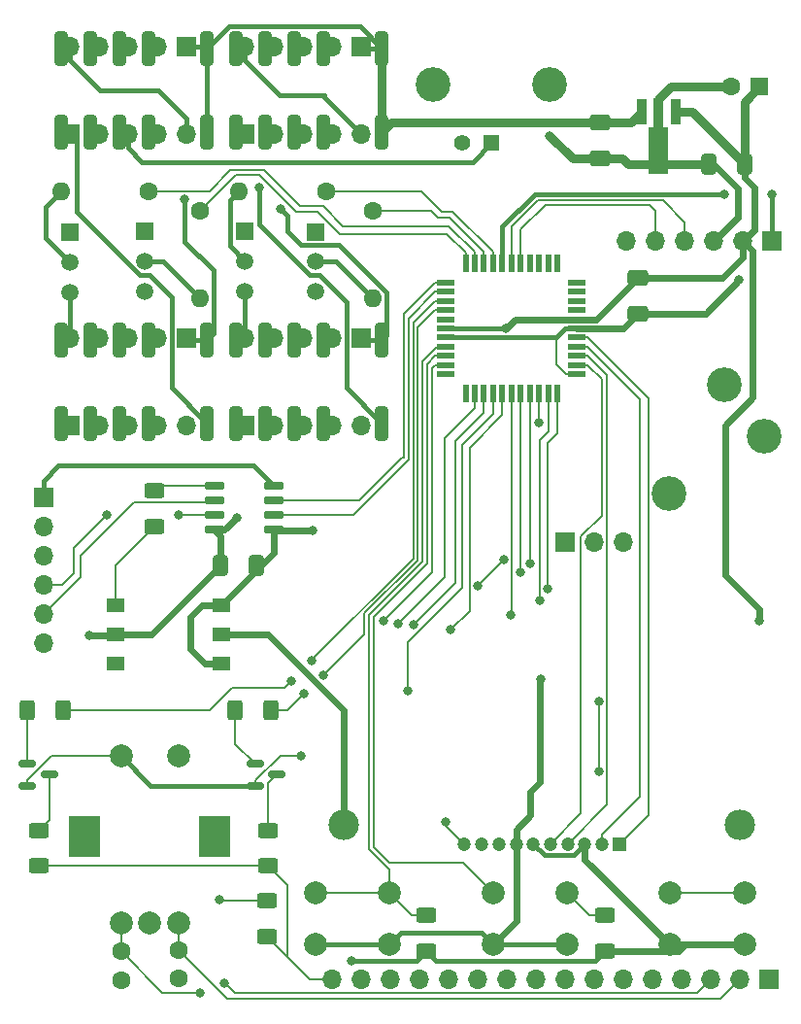
<source format=gbr>
%TF.GenerationSoftware,KiCad,Pcbnew,7.0.10*%
%TF.CreationDate,2024-01-22T19:43:49-08:00*%
%TF.ProjectId,Relay_LCD k7,52656c61-795f-44c4-9344-206b372e6b69,rev?*%
%TF.SameCoordinates,Original*%
%TF.FileFunction,Copper,L1,Top*%
%TF.FilePolarity,Positive*%
%FSLAX46Y46*%
G04 Gerber Fmt 4.6, Leading zero omitted, Abs format (unit mm)*
G04 Created by KiCad (PCBNEW 7.0.10) date 2024-01-22 19:43:49*
%MOMM*%
%LPD*%
G01*
G04 APERTURE LIST*
G04 Aperture macros list*
%AMRoundRect*
0 Rectangle with rounded corners*
0 $1 Rounding radius*
0 $2 $3 $4 $5 $6 $7 $8 $9 X,Y pos of 4 corners*
0 Add a 4 corners polygon primitive as box body*
4,1,4,$2,$3,$4,$5,$6,$7,$8,$9,$2,$3,0*
0 Add four circle primitives for the rounded corners*
1,1,$1+$1,$2,$3*
1,1,$1+$1,$4,$5*
1,1,$1+$1,$6,$7*
1,1,$1+$1,$8,$9*
0 Add four rect primitives between the rounded corners*
20,1,$1+$1,$2,$3,$4,$5,0*
20,1,$1+$1,$4,$5,$6,$7,0*
20,1,$1+$1,$6,$7,$8,$9,0*
20,1,$1+$1,$8,$9,$2,$3,0*%
%AMFreePoly0*
4,1,9,5.362500,-0.866500,1.237500,-0.866500,1.237500,-0.450000,-1.237500,-0.450000,-1.237500,0.450000,1.237500,0.450000,1.237500,0.866500,5.362500,0.866500,5.362500,-0.866500,5.362500,-0.866500,$1*%
G04 Aperture macros list end*
%TA.AperFunction,ComponentPad*%
%ADD10O,1.700000X1.700000*%
%TD*%
%TA.AperFunction,ComponentPad*%
%ADD11R,1.700000X1.700000*%
%TD*%
%TA.AperFunction,ComponentPad*%
%ADD12C,2.000000*%
%TD*%
%TA.AperFunction,ComponentPad*%
%ADD13R,2.800000X3.600000*%
%TD*%
%TA.AperFunction,SMDPad,CuDef*%
%ADD14RoundRect,0.250000X0.400000X0.625000X-0.400000X0.625000X-0.400000X-0.625000X0.400000X-0.625000X0*%
%TD*%
%TA.AperFunction,ComponentPad*%
%ADD15C,3.016000*%
%TD*%
%TA.AperFunction,SMDPad,CuDef*%
%ADD16RoundRect,0.250000X-0.650000X0.412500X-0.650000X-0.412500X0.650000X-0.412500X0.650000X0.412500X0*%
%TD*%
%TA.AperFunction,ComponentPad*%
%ADD17C,1.600000*%
%TD*%
%TA.AperFunction,ComponentPad*%
%ADD18O,1.600000X1.600000*%
%TD*%
%TA.AperFunction,SMDPad,CuDef*%
%ADD19RoundRect,0.249750X0.305250X1.250250X-0.305250X1.250250X-0.305250X-1.250250X0.305250X-1.250250X0*%
%TD*%
%TA.AperFunction,SMDPad,CuDef*%
%ADD20R,0.550000X1.500000*%
%TD*%
%TA.AperFunction,SMDPad,CuDef*%
%ADD21R,1.500000X0.550000*%
%TD*%
%TA.AperFunction,SMDPad,CuDef*%
%ADD22R,1.600000X1.250000*%
%TD*%
%TA.AperFunction,SMDPad,CuDef*%
%ADD23RoundRect,0.250000X0.625000X-0.400000X0.625000X0.400000X-0.625000X0.400000X-0.625000X-0.400000X0*%
%TD*%
%TA.AperFunction,SMDPad,CuDef*%
%ADD24RoundRect,0.250000X0.412500X0.650000X-0.412500X0.650000X-0.412500X-0.650000X0.412500X-0.650000X0*%
%TD*%
%TA.AperFunction,SMDPad,CuDef*%
%ADD25RoundRect,0.150000X-0.587500X-0.150000X0.587500X-0.150000X0.587500X0.150000X-0.587500X0.150000X0*%
%TD*%
%TA.AperFunction,ComponentPad*%
%ADD26R,1.600000X1.600000*%
%TD*%
%TA.AperFunction,ComponentPad*%
%ADD27R,1.500000X1.500000*%
%TD*%
%TA.AperFunction,ComponentPad*%
%ADD28C,1.500000*%
%TD*%
%TA.AperFunction,ComponentPad*%
%ADD29C,2.655000*%
%TD*%
%TA.AperFunction,ComponentPad*%
%ADD30C,1.200000*%
%TD*%
%TA.AperFunction,ComponentPad*%
%ADD31R,1.200000X1.200000*%
%TD*%
%TA.AperFunction,ComponentPad*%
%ADD32R,1.398000X1.398000*%
%TD*%
%TA.AperFunction,ComponentPad*%
%ADD33C,1.398000*%
%TD*%
%TA.AperFunction,ComponentPad*%
%ADD34C,3.015000*%
%TD*%
%TA.AperFunction,SMDPad,CuDef*%
%ADD35RoundRect,0.250000X-0.412500X-0.650000X0.412500X-0.650000X0.412500X0.650000X-0.412500X0.650000X0*%
%TD*%
%TA.AperFunction,SMDPad,CuDef*%
%ADD36RoundRect,0.150000X0.725000X0.150000X-0.725000X0.150000X-0.725000X-0.150000X0.725000X-0.150000X0*%
%TD*%
%TA.AperFunction,SMDPad,CuDef*%
%ADD37R,0.900000X2.300000*%
%TD*%
%TA.AperFunction,SMDPad,CuDef*%
%ADD38FreePoly0,270.000000*%
%TD*%
%TA.AperFunction,ViaPad*%
%ADD39C,0.800000*%
%TD*%
%TA.AperFunction,Conductor*%
%ADD40C,0.400000*%
%TD*%
%TA.AperFunction,Conductor*%
%ADD41C,0.600000*%
%TD*%
%TA.AperFunction,Conductor*%
%ADD42C,0.750000*%
%TD*%
%TA.AperFunction,Conductor*%
%ADD43C,0.200000*%
%TD*%
G04 APERTURE END LIST*
D10*
%TO.P,J2,6,Pin_6*%
%TO.N,unconnected-(J2-Pin_6-Pad6)*%
X103820000Y-71025000D03*
%TO.P,J2,5,Pin_5*%
%TO.N,ICSPCLK*%
X106360000Y-71025000D03*
%TO.P,J2,4,Pin_4*%
%TO.N,ICSPDAT*%
X108900000Y-71025000D03*
%TO.P,J2,3,Pin_3*%
%TO.N,GND*%
X111440000Y-71025000D03*
%TO.P,J2,2,Pin_2*%
%TO.N,+3V3*%
X113980000Y-71025000D03*
D11*
%TO.P,J2,1,Pin_1*%
%TO.N,VPP*%
X116520000Y-71025000D03*
%TD*%
D12*
%TO.P,S1,1*%
%TO.N,GND*%
X59725000Y-115900000D03*
%TO.P,S1,2*%
%TO.N,Net-(R7-Pad2)*%
X64725000Y-115900000D03*
D13*
%TO.P,S1,3*%
%TO.N,unconnected-(S1-Pad3)*%
X56525000Y-122900000D03*
X67925000Y-122900000D03*
D12*
%TO.P,S1,A,CH_A*%
%TO.N,ECa*%
X59725000Y-130400000D03*
%TO.P,S1,B,CH_B*%
%TO.N,ECb*%
X64725000Y-130400000D03*
%TO.P,S1,C,COM*%
%TO.N,GND*%
X62225000Y-130400000D03*
%TD*%
D14*
%TO.P,R3,1*%
%TO.N,/PIC16F887/20_mtr*%
X72800000Y-111925000D03*
%TO.P,R3,2*%
%TO.N,Net-(Q1-B)*%
X69700000Y-111925000D03*
%TD*%
D15*
%TO.P,CON1,1,S*%
%TO.N,GND*%
X115825000Y-88007100D03*
%TO.P,CON1,2,T*%
%TO.N,Dit*%
X112325000Y-83507100D03*
%TO.P,CON1,3,R*%
%TO.N,Dah*%
X107525000Y-93007100D03*
%TD*%
D11*
%TO.P,J7,1,Pin_1*%
%TO.N,R2.7*%
X55260000Y-87090000D03*
D10*
%TO.P,J7,2,Pin_2*%
%TO.N,R2.8*%
X57800000Y-87090000D03*
%TO.P,J7,3,Pin_3*%
%TO.N,R2.9*%
X60340000Y-87090000D03*
%TO.P,J7,4,Pin_4*%
%TO.N,R2.10*%
X62880000Y-87090000D03*
%TO.P,J7,5,Pin_5*%
%TO.N,GND*%
X65420000Y-87090000D03*
%TD*%
D16*
%TO.P,C5,1*%
%TO.N,VDD*%
X101525000Y-60700000D03*
%TO.P,C5,2*%
%TO.N,GND*%
X101525000Y-63825000D03*
%TD*%
D14*
%TO.P,R4,1*%
%TO.N,/PIC16F887/15_mtr*%
X54675000Y-111925000D03*
%TO.P,R4,2*%
%TO.N,Net-(Q2-B)*%
X51575000Y-111925000D03*
%TD*%
D11*
%TO.P,J13,1,Pin_1*%
%TO.N,VDD*%
X80645000Y-54080000D03*
D10*
%TO.P,J13,2,Pin_2*%
%TO.N,R3.3*%
X78105000Y-54080000D03*
%TO.P,J13,3,Pin_3*%
%TO.N,R3.4*%
X75565000Y-54080000D03*
%TO.P,J13,4,Pin_4*%
%TO.N,R3.5*%
X73025000Y-54080000D03*
%TO.P,J13,5,Pin_5*%
%TO.N,R3.6*%
X70485000Y-54080000D03*
%TD*%
D11*
%TO.P,J1,1,Pin_1*%
%TO.N,GND*%
X116200000Y-135350000D03*
D10*
%TO.P,J1,2,Pin_2*%
%TO.N,ECb*%
X113660000Y-135350000D03*
%TO.P,J1,3,Pin_3*%
%TO.N,ECa*%
X111120000Y-135350000D03*
%TO.P,J1,4,Pin_4*%
%TO.N,/5vto3v3/D1*%
X108580000Y-135350000D03*
%TO.P,J1,5,Pin_5*%
%TO.N,/5vto3v3/D2*%
X106040000Y-135350000D03*
%TO.P,J1,6,Pin_6*%
%TO.N,dp*%
X103500000Y-135350000D03*
%TO.P,J1,7,Pin_7*%
%TO.N,/5vto3v3/e*%
X100960000Y-135350000D03*
%TO.P,J1,8,Pin_8*%
%TO.N,/5vto3v3/d*%
X98420000Y-135350000D03*
%TO.P,J1,9,Pin_9*%
%TO.N,/5vto3v3/D4*%
X95880000Y-135350000D03*
%TO.P,J1,10,Pin_10*%
%TO.N,/5vto3v3/D3*%
X93340000Y-135350000D03*
%TO.P,J1,11,Pin_11*%
%TO.N,/5vto3v3/f*%
X90800000Y-135350000D03*
%TO.P,J1,12,Pin_12*%
%TO.N,/5vto3v3/c*%
X88260000Y-135350000D03*
%TO.P,J1,13,Pin_13*%
%TO.N,/5vto3v3/a*%
X85720000Y-135350000D03*
%TO.P,J1,14,Pin_14*%
%TO.N,/5vto3v3/g*%
X83180000Y-135350000D03*
%TO.P,J1,15,Pin_15*%
%TO.N,/5vto3v3/b*%
X80640000Y-135350000D03*
%TO.P,J1,16,Pin_16*%
%TO.N,SW*%
X78100000Y-135350000D03*
%TD*%
D17*
%TO.P,R10,1*%
%TO.N,/PIC16F887/R12s*%
X62150000Y-66675000D03*
D18*
%TO.P,R10,2*%
%TO.N,Net-(Q3-B)*%
X54530000Y-66675000D03*
%TD*%
D19*
%TO.P,RY2,1,SET+*%
%TO.N,R1.6*%
X67240000Y-79600000D03*
%TO.P,RY2,3,NC1*%
%TO.N,R2.3*%
X62160000Y-79600000D03*
%TO.P,RY2,4,C1*%
%TO.N,R2.4*%
X59620000Y-79600000D03*
%TO.P,RY2,5,NO1*%
%TO.N,R2.5*%
X57080000Y-79600000D03*
%TO.P,RY2,6,SET-*%
%TO.N,R2.6*%
X54540000Y-79600000D03*
%TO.P,RY2,7,RESET-*%
%TO.N,R2.7*%
X54540000Y-86890000D03*
%TO.P,RY2,8,NO2*%
%TO.N,R2.8*%
X57080000Y-86890000D03*
%TO.P,RY2,9,C2*%
%TO.N,R2.9*%
X59620000Y-86890000D03*
%TO.P,RY2,10,NC2*%
%TO.N,R2.10*%
X62160000Y-86890000D03*
%TO.P,RY2,12,RESET+*%
%TO.N,R1.7*%
X67240000Y-86890000D03*
%TD*%
D20*
%TO.P,U5,44,RC6/TX/CK*%
%TO.N,/5vto3v3/e_3v3*%
X97775000Y-84325000D03*
%TO.P,U5,43,RC5/SDO*%
%TO.N,/5vto3v3/d_3v3*%
X96975000Y-84325000D03*
%TO.P,U5,42,RC4/SDI/SDA*%
%TO.N,/5vto3v3/f_3v3*%
X96175000Y-84325000D03*
%TO.P,U5,41,RD3*%
%TO.N,/5vto3v3/D1_3v3*%
X95375000Y-84325000D03*
%TO.P,U5,40,RD2*%
%TO.N,/5vto3v3/D2_3v3*%
X94575000Y-84325000D03*
%TO.P,U5,39,RD1*%
%TO.N,/5vto3v3/D4_3v3*%
X93775000Y-84325000D03*
%TO.P,U5,38,RD0*%
%TO.N,/5vto3v3/D3_3v3*%
X92975000Y-84325000D03*
%TO.P,U5,37,RC3/SCK/SCL*%
%TO.N,/5vto3v3/g_3v3*%
X92175000Y-84325000D03*
%TO.P,U5,36,RC2/P1A/CCP1*%
%TO.N,/5vto3v3/c_3v3*%
X91375000Y-84325000D03*
%TO.P,U5,35,RC1/T1OSCI/CCP2*%
%TO.N,/5vto3v3/b_3v3*%
X90575000Y-84325000D03*
%TO.P,U5,34,NC_4*%
%TO.N,unconnected-(U5-NC_4-Pad34)*%
X89775000Y-84325000D03*
D21*
%TO.P,U5,33,NC_3*%
%TO.N,unconnected-(U5-NC_3-Pad33)*%
X88075000Y-82625000D03*
%TO.P,U5,32,RC0/T1OSO/T1CKI*%
%TO.N,/5vto3v3/a_3v3*%
X88075000Y-81825000D03*
%TO.P,U5,31,RA6/OSC2/CLKOUT*%
%TO.N,/PIC16F887/Dim*%
X88075000Y-81025000D03*
%TO.P,U5,30,RA7/OSC1/CLKIN*%
%TO.N,/PIC16F887/Band*%
X88075000Y-80225000D03*
%TO.P,U5,29,VSS_2*%
%TO.N,GND*%
X88075000Y-79425000D03*
%TO.P,U5,28,VDD_2*%
%TO.N,+3V3*%
X88075000Y-78625000D03*
%TO.P,U5,27,RE2/AN7*%
%TO.N,unconnected-(U5-RE2{slash}AN7-Pad27)*%
X88075000Y-77825000D03*
%TO.P,U5,26,RE1/AN6*%
%TO.N,/PIC16F887/20_mtr*%
X88075000Y-77025000D03*
%TO.P,U5,25,RE0/AN5*%
%TO.N,/PIC16F887/15_mtr*%
X88075000Y-76225000D03*
%TO.P,U5,24,RA5/AN4/~{SS}/C2OUT*%
%TO.N,/Display/Dim_1*%
X88075000Y-75425000D03*
%TO.P,U5,23,RA4/T0CKI/C1OUT*%
%TO.N,/Display/Dim_0*%
X88075000Y-74625000D03*
D20*
%TO.P,U5,22,RA3/AN3//VREF+/C1IN+*%
%TO.N,/PIC16F887/R12r*%
X89775000Y-72925000D03*
%TO.P,U5,21,RA2/AN2/VREF-/CVREF/C2IN+*%
%TO.N,/PIC16F887/R12s*%
X90575000Y-72925000D03*
%TO.P,U5,20,RA1/AN1/C12IN1-*%
%TO.N,/PIC16F887/R34r*%
X91375000Y-72925000D03*
%TO.P,U5,19,RA0/AN0/ULPWU/C12IN0-*%
%TO.N,/PIC16F887/R34s*%
X92175000Y-72925000D03*
%TO.P,U5,18,RE3/~{MCLR}/VPP*%
%TO.N,VPP*%
X92975000Y-72925000D03*
%TO.P,U5,17,RB7/ICSPDAT*%
%TO.N,ICSPDAT*%
X93775000Y-72925000D03*
%TO.P,U5,16,RB6/ICSPCLK*%
%TO.N,ICSPCLK*%
X94575000Y-72925000D03*
%TO.P,U5,15,RB5/AN13/~{T1G}*%
%TO.N,unconnected-(U5-RB5{slash}AN13{slash}~{T1G}-Pad15)*%
X95375000Y-72925000D03*
%TO.P,U5,14,RB4/AN11*%
%TO.N,unconnected-(U5-RB4{slash}AN11-Pad14)*%
X96175000Y-72925000D03*
%TO.P,U5,13,NC_2*%
%TO.N,unconnected-(U5-NC_2-Pad13)*%
X96975000Y-72925000D03*
%TO.P,U5,12,NC_1*%
%TO.N,unconnected-(U5-NC_1-Pad12)*%
X97775000Y-72925000D03*
D21*
%TO.P,U5,11,RB3/AN9/PGM/C12IN2-*%
%TO.N,unconnected-(U5-RB3{slash}AN9{slash}PGM{slash}C12IN2--Pad11)*%
X99475000Y-74625000D03*
%TO.P,U5,10,RB2/AN8*%
%TO.N,unconnected-(U5-RB2{slash}AN8-Pad10)*%
X99475000Y-75425000D03*
%TO.P,U5,9,RB1/AN10/C12IN3-*%
%TO.N,unconnected-(U5-RB1{slash}AN10{slash}C12IN3--Pad9)*%
X99475000Y-76225000D03*
%TO.P,U5,8,RB0/AN12/INT*%
%TO.N,unconnected-(U5-RB0{slash}AN12{slash}INT-Pad8)*%
X99475000Y-77025000D03*
%TO.P,U5,7,VDD_1*%
%TO.N,+3V3*%
X99475000Y-77825000D03*
%TO.P,U5,6,VSS_1*%
%TO.N,GND*%
X99475000Y-78625000D03*
%TO.P,U5,5,RD7/P1D*%
%TO.N,/Display/RST*%
X99475000Y-79425000D03*
%TO.P,U5,4,RD6/P1C*%
%TO.N,/Display/RS*%
X99475000Y-80225000D03*
%TO.P,U5,3,RD5/P1B*%
%TO.N,/Display/SCL*%
X99475000Y-81025000D03*
%TO.P,U5,2,RD4*%
%TO.N,/Display/SI*%
X99475000Y-81825000D03*
%TO.P,U5,1,RC7/RX/DT*%
%TO.N,GND*%
X99475000Y-82625000D03*
%TD*%
D22*
%TO.P,U3,6,S1*%
%TO.N,+3V3*%
X68450000Y-102760000D03*
%TO.P,U3,5,DC*%
%TO.N,Net-(U3-DC)*%
X68450000Y-105300000D03*
%TO.P,U3,4,S2*%
%TO.N,+3V3*%
X68450000Y-107840000D03*
%TO.P,U3,3,NC*%
%TO.N,unconnected-(U3-NC-Pad3)*%
X59250000Y-107840000D03*
%TO.P,U3,2,C*%
%TO.N,GND*%
X59250000Y-105300000D03*
%TO.P,U3,1,A*%
%TO.N,Net-(U3-A)*%
X59250000Y-102760000D03*
%TD*%
D23*
%TO.P,R8,1*%
%TO.N,GND*%
X86350000Y-132875000D03*
%TO.P,R8,2*%
%TO.N,/PIC16F887/Band*%
X86350000Y-129775000D03*
%TD*%
D24*
%TO.P,C8,2*%
%TO.N,GND*%
X68400000Y-99275000D03*
%TO.P,C8,1*%
%TO.N,+3V3*%
X71525000Y-99275000D03*
%TD*%
D25*
%TO.P,Q2,1,B*%
%TO.N,Net-(Q2-B)*%
X51575000Y-116575000D03*
%TO.P,Q2,2,E*%
%TO.N,GND*%
X51575000Y-118475000D03*
%TO.P,Q2,3,C*%
%TO.N,Net-(Q2-C)*%
X53450000Y-117525000D03*
%TD*%
D11*
%TO.P,J12,1,Pin_1*%
%TO.N,R1.6*%
X65410000Y-79480000D03*
D10*
%TO.P,J12,2,Pin_2*%
%TO.N,R2.3*%
X62870000Y-79480000D03*
%TO.P,J12,3,Pin_3*%
%TO.N,R2.4*%
X60330000Y-79480000D03*
%TO.P,J12,4,Pin_4*%
%TO.N,R2.5*%
X57790000Y-79480000D03*
%TO.P,J12,5,Pin_5*%
%TO.N,R2.6*%
X55250000Y-79480000D03*
%TD*%
D11*
%TO.P,J8,1,Pin_1*%
%TO.N,R3.7*%
X70495000Y-61700000D03*
D10*
%TO.P,J8,2,Pin_2*%
%TO.N,R3.8*%
X73035000Y-61700000D03*
%TO.P,J8,3,Pin_3*%
%TO.N,R3.9*%
X75575000Y-61700000D03*
%TO.P,J8,4,Pin_4*%
%TO.N,R3.10*%
X78115000Y-61700000D03*
%TO.P,J8,5,Pin_5*%
%TO.N,R3.6*%
X80655000Y-61700000D03*
%TD*%
D23*
%TO.P,R2,1*%
%TO.N,Net-(U3-A)*%
X62625000Y-95900000D03*
%TO.P,R2,2*%
%TO.N,Net-(U4-RA2)*%
X62625000Y-92800000D03*
%TD*%
D17*
%TO.P,R13,1*%
%TO.N,/PIC16F887/R34r*%
X81650000Y-68400000D03*
D18*
%TO.P,R13,2*%
%TO.N,Net-(Q6-B)*%
X81650000Y-76020000D03*
%TD*%
D11*
%TO.P,J9,1,Pin_1*%
%TO.N,R4.7*%
X70500000Y-87090000D03*
D10*
%TO.P,J9,2,Pin_2*%
%TO.N,R4.8*%
X73040000Y-87090000D03*
%TO.P,J9,3,Pin_3*%
%TO.N,R4.9*%
X75580000Y-87090000D03*
%TO.P,J9,4,Pin_4*%
%TO.N,R4.10*%
X78120000Y-87090000D03*
%TO.P,J9,5,Pin_5*%
%TO.N,GND*%
X80660000Y-87090000D03*
%TD*%
D16*
%TO.P,C9,2*%
%TO.N,GND*%
X104775000Y-77350000D03*
%TO.P,C9,1*%
%TO.N,+3V3*%
X104775000Y-74225000D03*
%TD*%
D17*
%TO.P,C2,1*%
%TO.N,ECa*%
X59750000Y-132925000D03*
%TO.P,C2,2*%
%TO.N,GND*%
X59750000Y-135425000D03*
%TD*%
%TO.P,R11,1*%
%TO.N,/PIC16F887/R12r*%
X66625000Y-68375000D03*
D18*
%TO.P,R11,2*%
%TO.N,Net-(Q4-B)*%
X66625000Y-75995000D03*
%TD*%
D23*
%TO.P,R1,1*%
%TO.N,GND*%
X101900000Y-132875000D03*
%TO.P,R1,2*%
%TO.N,/PIC16F887/Dim*%
X101900000Y-129775000D03*
%TD*%
%TO.P,R7,1*%
%TO.N,SW*%
X72450000Y-131600000D03*
%TO.P,R7,2*%
%TO.N,Net-(R7-Pad2)*%
X72450000Y-128500000D03*
%TD*%
D17*
%TO.P,C11,2*%
%TO.N,GND*%
X112925000Y-57575000D03*
D26*
%TO.P,C11,1*%
%TO.N,+3V3*%
X115425000Y-57575000D03*
%TD*%
D27*
%TO.P,Q5,1,E*%
%TO.N,GND*%
X70550000Y-70175000D03*
D28*
%TO.P,Q5,2,B*%
%TO.N,Net-(Q5-B)*%
X70550000Y-72775000D03*
%TO.P,Q5,3,C*%
%TO.N,R4.6*%
X70550000Y-75375000D03*
%TD*%
D12*
%TO.P,SW2,2,2*%
%TO.N,+3V3*%
X83150000Y-132325000D03*
X76650000Y-132325000D03*
%TO.P,SW2,1,1*%
%TO.N,/PIC16F887/Band*%
X83150000Y-127825000D03*
X76650000Y-127825000D03*
%TD*%
D17*
%TO.P,R12,1*%
%TO.N,/PIC16F887/R34s*%
X77650000Y-66675000D03*
D18*
%TO.P,R12,2*%
%TO.N,Net-(Q5-B)*%
X70030000Y-66675000D03*
%TD*%
D29*
%TO.P,DS1,K1,K1*%
%TO.N,Net-(DS1-PadK1)*%
X113725000Y-121900000D03*
%TO.P,DS1,A1,A1*%
%TO.N,Net-(U3-DC)*%
X79125000Y-121900000D03*
D30*
%TO.P,DS1,10,C1-*%
%TO.N,Net-(DS1-C1-)*%
X89675000Y-123550000D03*
%TO.P,DS1,9,C1+*%
%TO.N,Net-(DS1-C1+)*%
X91175000Y-123550000D03*
%TO.P,DS1,8,VOUT*%
%TO.N,Net-(DS1-VOUT)*%
X92675000Y-123550000D03*
%TO.P,DS1,7,VDD*%
%TO.N,+3V3*%
X94175000Y-123550000D03*
%TO.P,DS1,6,VSS*%
%TO.N,GND*%
X95675000Y-123550000D03*
%TO.P,DS1,5,SI*%
%TO.N,/Display/SI*%
X97175000Y-123550000D03*
%TO.P,DS1,4,SCL*%
%TO.N,/Display/SCL*%
X98675000Y-123550000D03*
%TO.P,DS1,3,CSB*%
%TO.N,GND*%
X100175000Y-123550000D03*
%TO.P,DS1,2,RS*%
%TO.N,/Display/RS*%
X101675000Y-123550000D03*
D31*
%TO.P,DS1,1,RST*%
%TO.N,/Display/RST*%
X103175000Y-123550000D03*
%TD*%
D32*
%TO.P,J10,1,1*%
%TO.N,R1.9*%
X92050000Y-62466500D03*
D33*
%TO.P,J10,2,2*%
%TO.N,GND*%
X89510000Y-62466500D03*
D34*
%TO.P,J10,P1,SHIELD*%
X86970000Y-57386500D03*
%TO.P,J10,P2,SHIELD*%
X97130000Y-57386500D03*
%TD*%
D23*
%TO.P,R5,1*%
%TO.N,SW*%
X72575000Y-125475000D03*
%TO.P,R5,2*%
%TO.N,Net-(Q1-C)*%
X72575000Y-122375000D03*
%TD*%
D11*
%TO.P,J14,1,Pin_1*%
%TO.N,R3.6*%
X80650000Y-79480000D03*
D10*
%TO.P,J14,2,Pin_2*%
%TO.N,R4.3*%
X78110000Y-79480000D03*
%TO.P,J14,3,Pin_3*%
%TO.N,R4.4*%
X75570000Y-79480000D03*
%TO.P,J14,4,Pin_4*%
%TO.N,R4.5*%
X73030000Y-79480000D03*
%TO.P,J14,5,Pin_5*%
%TO.N,R4.6*%
X70490000Y-79480000D03*
%TD*%
D35*
%TO.P,C10,2*%
%TO.N,+3V3*%
X114100000Y-64325000D03*
%TO.P,C10,1*%
%TO.N,GND*%
X110975000Y-64325000D03*
%TD*%
D27*
%TO.P,Q3,1,E*%
%TO.N,GND*%
X55275000Y-70250000D03*
D28*
%TO.P,Q3,2,B*%
%TO.N,Net-(Q3-B)*%
X55275000Y-72850000D03*
%TO.P,Q3,3,C*%
%TO.N,R2.6*%
X55275000Y-75450000D03*
%TD*%
D17*
%TO.P,C4,1*%
%TO.N,ECb*%
X64750000Y-132800000D03*
%TO.P,C4,2*%
%TO.N,GND*%
X64750000Y-135300000D03*
%TD*%
D19*
%TO.P,RY3,1,SET+*%
%TO.N,VDD*%
X82475000Y-54205000D03*
%TO.P,RY3,3,NC1*%
%TO.N,R3.3*%
X77395000Y-54205000D03*
%TO.P,RY3,4,C1*%
%TO.N,R3.4*%
X74855000Y-54205000D03*
%TO.P,RY3,5,NO1*%
%TO.N,R3.5*%
X72315000Y-54205000D03*
%TO.P,RY3,6,SET-*%
%TO.N,R3.6*%
X69775000Y-54205000D03*
%TO.P,RY3,7,RESET-*%
%TO.N,R3.7*%
X69775000Y-61495000D03*
%TO.P,RY3,8,NO2*%
%TO.N,R3.8*%
X72315000Y-61495000D03*
%TO.P,RY3,9,C2*%
%TO.N,R3.9*%
X74855000Y-61495000D03*
%TO.P,RY3,10,NC2*%
%TO.N,R3.10*%
X77395000Y-61495000D03*
%TO.P,RY3,12,RESET+*%
%TO.N,VDD*%
X82475000Y-61495000D03*
%TD*%
D12*
%TO.P,SW1,1,1*%
%TO.N,GND*%
X114075000Y-132325000D03*
X107575000Y-132325000D03*
%TO.P,SW1,2,2*%
%TO.N,SW*%
X114075000Y-127825000D03*
X107575000Y-127825000D03*
%TD*%
D25*
%TO.P,Q1,1,B*%
%TO.N,Net-(Q1-B)*%
X71450000Y-116575000D03*
%TO.P,Q1,2,E*%
%TO.N,GND*%
X71450000Y-118475000D03*
%TO.P,Q1,3,C*%
%TO.N,Net-(Q1-C)*%
X73325000Y-117525000D03*
%TD*%
D11*
%TO.P,J3,1,Pin_1*%
%TO.N,Dit*%
X98425000Y-97250000D03*
D10*
%TO.P,J3,2,Pin_2*%
%TO.N,GND*%
X100965000Y-97250000D03*
%TO.P,J3,3,Pin_3*%
%TO.N,Dah*%
X103505000Y-97250000D03*
%TD*%
D19*
%TO.P,RY4,1,SET+*%
%TO.N,R3.6*%
X82475000Y-79605000D03*
%TO.P,RY4,3,NC1*%
%TO.N,R4.3*%
X77395000Y-79605000D03*
%TO.P,RY4,4,C1*%
%TO.N,R4.4*%
X74855000Y-79605000D03*
%TO.P,RY4,5,NO1*%
%TO.N,R4.5*%
X72315000Y-79605000D03*
%TO.P,RY4,6,SET-*%
%TO.N,R4.6*%
X69775000Y-79605000D03*
%TO.P,RY4,7,RESET-*%
%TO.N,R4.7*%
X69775000Y-86895000D03*
%TO.P,RY4,8,NO2*%
%TO.N,R4.8*%
X72315000Y-86895000D03*
%TO.P,RY4,9,C2*%
%TO.N,R4.9*%
X74855000Y-86895000D03*
%TO.P,RY4,10,NC2*%
%TO.N,R4.10*%
X77395000Y-86895000D03*
%TO.P,RY4,12,RESET+*%
%TO.N,R3.7*%
X82475000Y-86895000D03*
%TD*%
D23*
%TO.P,R6,1*%
%TO.N,SW*%
X52525000Y-125475000D03*
%TO.P,R6,2*%
%TO.N,Net-(Q2-C)*%
X52525000Y-122375000D03*
%TD*%
D12*
%TO.P,SW3,2,2*%
%TO.N,+3V3*%
X98650000Y-132325000D03*
X92150000Y-132325000D03*
%TO.P,SW3,1,1*%
%TO.N,/PIC16F887/Dim*%
X98650000Y-127825000D03*
X92150000Y-127825000D03*
%TD*%
D11*
%TO.P,J11,1,Pin_1*%
%TO.N,VDD*%
X65405000Y-54080000D03*
D10*
%TO.P,J11,2,Pin_2*%
%TO.N,R1.3*%
X62865000Y-54080000D03*
%TO.P,J11,3,Pin_3*%
%TO.N,R1.4*%
X60325000Y-54080000D03*
%TO.P,J11,4,Pin_4*%
%TO.N,R1.5*%
X57785000Y-54080000D03*
%TO.P,J11,5,Pin_5*%
%TO.N,R1.6*%
X55245000Y-54080000D03*
%TD*%
D11*
%TO.P,J4,1,Pin_1*%
%TO.N,Net-(J4-Pin_1)*%
X53000000Y-93375000D03*
D10*
%TO.P,J4,2,Pin_2*%
%TO.N,+3V3*%
X53000000Y-95915000D03*
%TO.P,J4,3,Pin_3*%
%TO.N,GND*%
X53000000Y-98455000D03*
%TO.P,J4,4,Pin_4*%
%TO.N,Net-(J4-Pin_4)*%
X53000000Y-100995000D03*
%TO.P,J4,5,Pin_5*%
%TO.N,Net-(J4-Pin_5)*%
X53000000Y-103535000D03*
%TO.P,J4,6,Pin_6*%
%TO.N,unconnected-(J4-Pin_6-Pad6)*%
X53000000Y-106075000D03*
%TD*%
D36*
%TO.P,U4,8,VSS*%
%TO.N,GND*%
X67875000Y-96175000D03*
%TO.P,U4,7,RA0/ICSPDAT*%
%TO.N,Net-(J4-Pin_4)*%
X67875000Y-94905000D03*
%TO.P,U4,6,RA1/ICSPCLK*%
%TO.N,Net-(J4-Pin_5)*%
X67875000Y-93635000D03*
%TO.P,U4,5,RA2*%
%TO.N,Net-(U4-RA2)*%
X67875000Y-92365000D03*
%TO.P,U4,4,~{MCLR}/VPP/RA3*%
%TO.N,Net-(J4-Pin_1)*%
X73025000Y-92365000D03*
%TO.P,U4,3,RA4*%
%TO.N,/Display/Dim_0*%
X73025000Y-93635000D03*
%TO.P,U4,2,RA5*%
%TO.N,/Display/Dim_1*%
X73025000Y-94905000D03*
%TO.P,U4,1,VDD*%
%TO.N,+3V3*%
X73025000Y-96175000D03*
%TD*%
D27*
%TO.P,Q6,1,E*%
%TO.N,GND*%
X76675000Y-70200000D03*
D28*
%TO.P,Q6,2,B*%
%TO.N,Net-(Q6-B)*%
X76675000Y-72800000D03*
%TO.P,Q6,3,C*%
%TO.N,R4.7*%
X76675000Y-75400000D03*
%TD*%
D27*
%TO.P,Q4,1,E*%
%TO.N,GND*%
X61800000Y-70175000D03*
D28*
%TO.P,Q4,2,B*%
%TO.N,Net-(Q4-B)*%
X61800000Y-72775000D03*
%TO.P,Q4,3,C*%
%TO.N,R2.7*%
X61800000Y-75375000D03*
%TD*%
D11*
%TO.P,J6,1,Pin_1*%
%TO.N,R1.7*%
X55255000Y-61700000D03*
D10*
%TO.P,J6,2,Pin_2*%
%TO.N,R1.8*%
X57795000Y-61700000D03*
%TO.P,J6,3,Pin_3*%
%TO.N,R1.9*%
X60335000Y-61700000D03*
%TO.P,J6,4,Pin_4*%
%TO.N,R1.10*%
X62875000Y-61700000D03*
%TO.P,J6,5,Pin_5*%
%TO.N,R1.6*%
X65415000Y-61700000D03*
%TD*%
D37*
%TO.P,U6,3,INPUT*%
%TO.N,VDD*%
X105100000Y-59775000D03*
D38*
%TO.P,U6,2,GROUND_1*%
%TO.N,GND*%
X106600000Y-59862500D03*
D37*
%TO.P,U6,1,OUTPUT*%
%TO.N,+3V3*%
X108100000Y-59775000D03*
%TD*%
D19*
%TO.P,RY1,1,SET+*%
%TO.N,VDD*%
X67235000Y-54205000D03*
%TO.P,RY1,3,NC1*%
%TO.N,R1.3*%
X62155000Y-54205000D03*
%TO.P,RY1,4,C1*%
%TO.N,R1.4*%
X59615000Y-54205000D03*
%TO.P,RY1,5,NO1*%
%TO.N,R1.5*%
X57075000Y-54205000D03*
%TO.P,RY1,6,SET-*%
%TO.N,R1.6*%
X54535000Y-54205000D03*
%TO.P,RY1,7,RESET-*%
%TO.N,R1.7*%
X54535000Y-61495000D03*
%TO.P,RY1,8,NO2*%
%TO.N,R1.8*%
X57075000Y-61495000D03*
%TO.P,RY1,9,C2*%
%TO.N,R1.9*%
X59615000Y-61495000D03*
%TO.P,RY1,10,NC2*%
%TO.N,R1.10*%
X62155000Y-61495000D03*
%TO.P,RY1,12,RESET+*%
%TO.N,VDD*%
X67235000Y-61495000D03*
%TD*%
D39*
%TO.N,GND*%
X113625000Y-74425000D03*
%TO.N,VPP*%
X116450000Y-66900000D03*
X112325000Y-66900000D03*
%TO.N,+3V3*%
X96325000Y-109225000D03*
X76425000Y-96225000D03*
%TO.N,/5vto3v3/f_3v3*%
X93075000Y-98775000D03*
X90825000Y-101025000D03*
%TO.N,+3V3*%
X93300000Y-78625000D03*
X115400000Y-104125000D03*
%TO.N,GND*%
X75425000Y-115850000D03*
%TO.N,/5vto3v3/D4*%
X101386399Y-111175000D03*
X101400000Y-117250000D03*
%TO.N,/PIC16F887/15_mtr*%
X76375000Y-107550000D03*
X74600000Y-109325000D03*
%TO.N,/PIC16F887/20_mtr*%
X77375000Y-108825000D03*
X75700000Y-110500000D03*
%TO.N,Net-(J4-Pin_4)*%
X64725000Y-94900000D03*
X58475000Y-94900000D03*
%TO.N,GND*%
X69825000Y-95100000D03*
X56975000Y-105350000D03*
X79825000Y-133725000D03*
X97130000Y-61820000D03*
%TO.N,/5vto3v3/g_3v3*%
X84700000Y-110225000D03*
%TO.N,/5vto3v3/b_3v3*%
X83900000Y-104350000D03*
%TO.N,Net-(R7-Pad2)*%
X68325000Y-128400000D03*
%TO.N,ECa*%
X66625000Y-136500000D03*
X68750000Y-135700000D03*
%TO.N,R3.6*%
X73675000Y-68200000D03*
%TO.N,R3.7*%
X71817878Y-66307122D03*
%TO.N,R1.6*%
X65300000Y-67374500D03*
%TO.N,/5vto3v3/a_3v3*%
X82625000Y-104100000D03*
%TO.N,/5vto3v3/c_3v3*%
X85250000Y-104450000D03*
%TO.N,/5vto3v3/f_3v3*%
X96200000Y-86825000D03*
%TO.N,/5vto3v3/D3_3v3*%
X88450000Y-104900000D03*
%TO.N,/5vto3v3/D4_3v3*%
X93675000Y-103625000D03*
%TO.N,/5vto3v3/d_3v3*%
X96225000Y-102300000D03*
%TO.N,/5vto3v3/e_3v3*%
X96925000Y-101300000D03*
%TO.N,/5vto3v3/D2_3v3*%
X94525000Y-99875000D03*
%TO.N,/5vto3v3/D1_3v3*%
X95425000Y-99150000D03*
%TO.N,Net-(DS1-C1-)*%
X88075000Y-121650000D03*
%TD*%
D40*
%TO.N,+3V3*%
X93300000Y-78625000D02*
X88075000Y-78625000D01*
D41*
X94100000Y-77825000D02*
X93300000Y-78625000D01*
X99475000Y-77825000D02*
X94100000Y-77825000D01*
X94175000Y-122300000D02*
X94175000Y-123550000D01*
X95425000Y-121050000D02*
X94175000Y-122300000D01*
X95425000Y-119025000D02*
X95425000Y-121050000D01*
X113980000Y-72420000D02*
X113980000Y-71025000D01*
X112175000Y-74225000D02*
X113980000Y-72420000D01*
X104775000Y-74225000D02*
X112175000Y-74225000D01*
%TO.N,GND*%
X110700000Y-77350000D02*
X113625000Y-74425000D01*
X104775000Y-77350000D02*
X110700000Y-77350000D01*
X111375000Y-64325000D02*
X110975000Y-64325000D01*
X113500000Y-66450000D02*
X111375000Y-64325000D01*
X113500000Y-68965000D02*
X113500000Y-66450000D01*
X111440000Y-71025000D02*
X113500000Y-68965000D01*
%TO.N,+3V3*%
X114100000Y-65525000D02*
X114100000Y-64325000D01*
X114950000Y-66375000D02*
X114100000Y-65525000D01*
X114950000Y-70055000D02*
X114950000Y-66375000D01*
X113980000Y-71025000D02*
X114950000Y-70055000D01*
D42*
%TO.N,GND*%
X103475000Y-63825000D02*
X103975000Y-64325000D01*
X101525000Y-63825000D02*
X103475000Y-63825000D01*
X103975000Y-64325000D02*
X110975000Y-64325000D01*
D41*
%TO.N,+3V3*%
X112400000Y-100100000D02*
X115400000Y-103100000D01*
X115400000Y-103100000D02*
X115400000Y-104125000D01*
X112400000Y-87100000D02*
X112400000Y-100100000D01*
X114830000Y-84670000D02*
X112400000Y-87100000D01*
X114830000Y-71875000D02*
X114830000Y-84670000D01*
X113980000Y-71025000D02*
X114830000Y-71875000D01*
D42*
%TO.N,VDD*%
X83270000Y-60700000D02*
X82475000Y-61495000D01*
X101525000Y-60700000D02*
X83270000Y-60700000D01*
%TO.N,+3V3*%
X114100000Y-64325000D02*
X114100000Y-58900000D01*
X114100000Y-58900000D02*
X115425000Y-57575000D01*
%TO.N,GND*%
X107650000Y-57575000D02*
X112925000Y-57575000D01*
D40*
X106600000Y-59862500D02*
X106600000Y-58625000D01*
D42*
X106600000Y-58625000D02*
X107650000Y-57575000D01*
D40*
%TO.N,VPP*%
X116520000Y-66970000D02*
X116520000Y-71025000D01*
X116450000Y-66900000D02*
X116520000Y-66970000D01*
X95800000Y-66900000D02*
X112325000Y-66900000D01*
D41*
%TO.N,+3V3*%
X94175000Y-130300000D02*
X94175000Y-123550000D01*
X92150000Y-132325000D02*
X94175000Y-130300000D01*
X67065000Y-107840000D02*
X68450000Y-107840000D01*
X65775000Y-106550000D02*
X67065000Y-107840000D01*
X66815000Y-102760000D02*
X65775000Y-103800000D01*
X65775000Y-103800000D02*
X65775000Y-106550000D01*
X68450000Y-102760000D02*
X66815000Y-102760000D01*
D40*
X83150000Y-132325000D02*
X76650000Y-132325000D01*
X91150000Y-131325000D02*
X84150000Y-131325000D01*
X84150000Y-131325000D02*
X83150000Y-132325000D01*
X92150000Y-132325000D02*
X91150000Y-131325000D01*
X92150000Y-132325000D02*
X98650000Y-132325000D01*
D41*
X96275000Y-118175000D02*
X95425000Y-119025000D01*
X96275000Y-109275000D02*
X96275000Y-118175000D01*
D40*
X96325000Y-109225000D02*
X96275000Y-109275000D01*
D41*
X73025000Y-98185000D02*
X73025000Y-96175000D01*
X68450000Y-102760000D02*
X73025000Y-98185000D01*
D40*
X73075000Y-96225000D02*
X73025000Y-96175000D01*
D41*
X76425000Y-96225000D02*
X73075000Y-96225000D01*
D43*
%TO.N,/5vto3v3/f_3v3*%
X90825000Y-101025000D02*
X93075000Y-98775000D01*
D40*
%TO.N,+3V3*%
X115375000Y-104125000D02*
X115400000Y-104125000D01*
X115350000Y-104100000D02*
X115375000Y-104125000D01*
X113980000Y-64445000D02*
X114100000Y-64325000D01*
D43*
%TO.N,GND*%
X71450000Y-118021948D02*
X73621948Y-115850000D01*
X73621948Y-115850000D02*
X75425000Y-115850000D01*
X71450000Y-118475000D02*
X71450000Y-118021948D01*
%TO.N,/5vto3v3/D4*%
X101400000Y-111175000D02*
X101386399Y-111175000D01*
X101400000Y-117250000D02*
X101400000Y-111175000D01*
%TO.N,/PIC16F887/15_mtr*%
X76375000Y-107477942D02*
X85200000Y-98652942D01*
X76375000Y-107550000D02*
X76375000Y-107477942D01*
X73975000Y-109950000D02*
X74600000Y-109325000D01*
X73902942Y-109950000D02*
X73975000Y-109950000D01*
%TO.N,/PIC16F887/20_mtr*%
X77375000Y-108850000D02*
X80950000Y-105275000D01*
X77375000Y-108825000D02*
X77375000Y-108850000D01*
X80950000Y-105275000D02*
X80950000Y-103468628D01*
X80950000Y-103468628D02*
X85600000Y-98818628D01*
X74275000Y-111925000D02*
X75700000Y-110500000D01*
X72800000Y-111925000D02*
X74275000Y-111925000D01*
D41*
%TO.N,Net-(U3-DC)*%
X79125000Y-111900000D02*
X79125000Y-121900000D01*
X72525000Y-105300000D02*
X79125000Y-111900000D01*
X68450000Y-105300000D02*
X72525000Y-105300000D01*
D43*
%TO.N,Net-(U3-A)*%
X59250000Y-99275000D02*
X62625000Y-95900000D01*
X59250000Y-102760000D02*
X59250000Y-99275000D01*
%TO.N,Net-(U4-RA2)*%
X63060000Y-92365000D02*
X67875000Y-92365000D01*
X62625000Y-92800000D02*
X63060000Y-92365000D01*
%TO.N,/Display/Dim_0*%
X80540000Y-93635000D02*
X73025000Y-93635000D01*
X84400000Y-89909314D02*
X84265686Y-89909314D01*
X84400000Y-77350000D02*
X84400000Y-89909314D01*
X87125000Y-74625000D02*
X84400000Y-77350000D01*
X84265686Y-89909314D02*
X80540000Y-93635000D01*
X88075000Y-74625000D02*
X87125000Y-74625000D01*
%TO.N,/Display/Dim_1*%
X79970000Y-94905000D02*
X73025000Y-94905000D01*
X84800000Y-90075000D02*
X79970000Y-94905000D01*
X87125000Y-75425000D02*
X84800000Y-77750000D01*
X84800000Y-77750000D02*
X84800000Y-90075000D01*
X88075000Y-75425000D02*
X87125000Y-75425000D01*
%TO.N,/PIC16F887/15_mtr*%
X87125000Y-76225000D02*
X88075000Y-76225000D01*
X85200000Y-78150000D02*
X87125000Y-76225000D01*
X85200000Y-98652942D02*
X85200000Y-78150000D01*
X69436029Y-109938971D02*
X69447058Y-109950000D01*
X67450000Y-111925000D02*
X69436029Y-109938971D01*
X69447058Y-109950000D02*
X73902942Y-109950000D01*
X54675000Y-111925000D02*
X67450000Y-111925000D01*
%TO.N,/PIC16F887/20_mtr*%
X87125000Y-77025000D02*
X88075000Y-77025000D01*
X85600000Y-98818628D02*
X85600000Y-78550000D01*
X72800000Y-111925000D02*
X72800000Y-111618628D01*
X85600000Y-78550000D02*
X87125000Y-77025000D01*
%TO.N,/PIC16F887/Band*%
X87250000Y-80225000D02*
X88075000Y-80225000D01*
X86000000Y-81475000D02*
X87250000Y-80225000D01*
X86000000Y-98984314D02*
X86000000Y-81475000D01*
X81350000Y-103634314D02*
X86000000Y-98984314D01*
X81350000Y-124015685D02*
X81350000Y-103634314D01*
X83150000Y-125815686D02*
X81350000Y-124015685D01*
X83150000Y-127825000D02*
X83150000Y-125815686D01*
X83150000Y-127825000D02*
X85100000Y-129775000D01*
X85100000Y-129775000D02*
X86350000Y-129775000D01*
X76650000Y-127825000D02*
X83150000Y-127825000D01*
%TO.N,/PIC16F887/Dim*%
X87125000Y-81025000D02*
X88075000Y-81025000D01*
X81750000Y-103800000D02*
X86400000Y-99150000D01*
X81750000Y-123850000D02*
X81750000Y-103800000D01*
X86400000Y-81750000D02*
X87125000Y-81025000D01*
X83125000Y-125225000D02*
X81750000Y-123850000D01*
X89550000Y-125225000D02*
X83125000Y-125225000D01*
X92150000Y-127825000D02*
X89550000Y-125225000D01*
X86400000Y-99150000D02*
X86400000Y-81750000D01*
X100600000Y-129775000D02*
X98650000Y-127825000D01*
X101900000Y-129775000D02*
X100600000Y-129775000D01*
%TO.N,Net-(Q1-C)*%
X72575000Y-118275000D02*
X73325000Y-117525000D01*
X72575000Y-122375000D02*
X72575000Y-118275000D01*
%TO.N,Net-(Q1-B)*%
X69700000Y-114825000D02*
X69700000Y-111925000D01*
X71450000Y-116575000D02*
X69700000Y-114825000D01*
D40*
%TO.N,GND*%
X62300000Y-118475000D02*
X71450000Y-118475000D01*
X59725000Y-115900000D02*
X62300000Y-118475000D01*
D43*
%TO.N,Net-(Q2-C)*%
X53450000Y-121450000D02*
X53450000Y-117525000D01*
X52525000Y-122375000D02*
X53450000Y-121450000D01*
%TO.N,Net-(Q2-B)*%
X51575000Y-111925000D02*
X51575000Y-116575000D01*
%TO.N,GND*%
X53696948Y-115900000D02*
X59725000Y-115900000D01*
X51575000Y-118475000D02*
X51575000Y-118021948D01*
X51575000Y-118021948D02*
X53696948Y-115900000D01*
%TO.N,Net-(J4-Pin_4)*%
X64725000Y-94900000D02*
X64730000Y-94905000D01*
X64730000Y-94905000D02*
X67875000Y-94905000D01*
X55650000Y-99975000D02*
X55650000Y-97725000D01*
X54630000Y-100995000D02*
X55650000Y-99975000D01*
X55650000Y-97725000D02*
X58475000Y-94900000D01*
X53000000Y-100995000D02*
X54630000Y-100995000D01*
%TO.N,Net-(J4-Pin_5)*%
X56200000Y-98425000D02*
X56200000Y-100335000D01*
X60875000Y-93750000D02*
X56200000Y-98425000D01*
X67760000Y-93750000D02*
X60875000Y-93750000D01*
X67875000Y-93635000D02*
X67760000Y-93750000D01*
X56200000Y-100335000D02*
X53000000Y-103535000D01*
D40*
%TO.N,Net-(J4-Pin_1)*%
X53000000Y-91875000D02*
X53000000Y-93375000D01*
X54275000Y-90600000D02*
X53000000Y-91875000D01*
X71260000Y-90600000D02*
X54275000Y-90600000D01*
X73025000Y-92365000D02*
X71260000Y-90600000D01*
%TO.N,GND*%
X69800001Y-95124999D02*
X69825000Y-95100000D01*
X69800000Y-95124999D02*
X69800001Y-95124999D01*
D41*
X68749999Y-96175000D02*
X69800000Y-95124999D01*
D40*
X65420000Y-87551306D02*
X65420000Y-87090000D01*
X67875000Y-96175000D02*
X68749999Y-96175000D01*
D41*
X68400000Y-96700000D02*
X67875000Y-96175000D01*
X68400000Y-99275000D02*
X68400000Y-96700000D01*
X62375000Y-105300000D02*
X68400000Y-99275000D01*
X59250000Y-105300000D02*
X62375000Y-105300000D01*
D40*
X59200000Y-105350000D02*
X59250000Y-105300000D01*
D41*
X56975000Y-105350000D02*
X59200000Y-105350000D01*
D40*
X85500000Y-133725000D02*
X79825000Y-133725000D01*
X86350000Y-132875000D02*
X85500000Y-133725000D01*
X101050000Y-133725000D02*
X87200000Y-133725000D01*
X87200000Y-133725000D02*
X86350000Y-132875000D01*
X101900000Y-132875000D02*
X101050000Y-133725000D01*
D43*
%TO.N,ICSPDAT*%
X108900000Y-69375000D02*
X108900000Y-71025000D01*
X106975000Y-67450000D02*
X108900000Y-69375000D01*
%TO.N,ICSPCLK*%
X105825000Y-67850000D02*
X106360000Y-68385000D01*
X94575000Y-70025000D02*
X96750000Y-67850000D01*
X96750000Y-67850000D02*
X105825000Y-67850000D01*
X106360000Y-68385000D02*
X106360000Y-71025000D01*
X94575000Y-72925000D02*
X94575000Y-70025000D01*
D41*
%TO.N,+3V3*%
X101175000Y-77825000D02*
X99475000Y-77825000D01*
X104775000Y-74225000D02*
X101175000Y-77825000D01*
D42*
X108100000Y-59775000D02*
X109550000Y-59775000D01*
X109550000Y-59775000D02*
X114100000Y-64325000D01*
D40*
%TO.N,R4.7*%
X69970000Y-87090000D02*
X69775000Y-86895000D01*
X70500000Y-87090000D02*
X69970000Y-87090000D01*
%TO.N,GND*%
X96675000Y-124550000D02*
X99175000Y-124550000D01*
D41*
X104775000Y-77350000D02*
X103500000Y-78625000D01*
D43*
X97650000Y-81750000D02*
X97650000Y-79425000D01*
D41*
X108375000Y-132875000D02*
X101900000Y-132875000D01*
X114075000Y-132325000D02*
X108925000Y-132325000D01*
D40*
X97650000Y-79425000D02*
X98450000Y-78625000D01*
X99175000Y-124550000D02*
X100175000Y-123550000D01*
D41*
X103500000Y-78625000D02*
X99475000Y-78625000D01*
D43*
X99475000Y-82625000D02*
X98525000Y-82625000D01*
X107025000Y-132875000D02*
X107575000Y-132325000D01*
D41*
X108925000Y-132325000D02*
X107575000Y-132325000D01*
D42*
X97130000Y-61820000D02*
X99135000Y-63825000D01*
D40*
X106600000Y-60675000D02*
X106600000Y-59862500D01*
X110975000Y-64325000D02*
X110250000Y-64325000D01*
X95675000Y-123550000D02*
X96675000Y-124550000D01*
D41*
X108925000Y-132325000D02*
X108375000Y-132875000D01*
D43*
X98525000Y-82625000D02*
X97650000Y-81750000D01*
D41*
X100175000Y-124925000D02*
X107575000Y-132325000D01*
D40*
X98450000Y-78625000D02*
X99475000Y-78625000D01*
D41*
X100175000Y-123550000D02*
X100175000Y-124925000D01*
D42*
X99135000Y-63825000D02*
X101525000Y-63825000D01*
D40*
X88075000Y-79425000D02*
X97650000Y-79425000D01*
%TO.N,R4.6*%
X70490000Y-79480000D02*
X69900000Y-79480000D01*
X69900000Y-79480000D02*
X69775000Y-79605000D01*
X70550000Y-75375000D02*
X70550000Y-78830000D01*
X70550000Y-78830000D02*
X69775000Y-79605000D01*
D43*
%TO.N,/5vto3v3/g_3v3*%
X89450000Y-101239950D02*
X84700000Y-105989950D01*
X92175000Y-84325000D02*
X92175000Y-86075000D01*
X84675000Y-110250000D02*
X84700000Y-110225000D01*
X92175000Y-86075000D02*
X89450000Y-88800000D01*
X84700000Y-105989950D02*
X84700000Y-110225000D01*
X89450000Y-88800000D02*
X89450000Y-101239950D01*
D40*
%TO.N,R2.7*%
X55260000Y-87090000D02*
X54740000Y-87090000D01*
X54740000Y-87090000D02*
X54540000Y-86890000D01*
%TO.N,R2.6*%
X55250000Y-79480000D02*
X54660000Y-79480000D01*
X55275000Y-75450000D02*
X55275000Y-78865000D01*
X54660000Y-79480000D02*
X54540000Y-79600000D01*
X55275000Y-78865000D02*
X54540000Y-79600000D01*
D43*
%TO.N,/5vto3v3/b_3v3*%
X90575000Y-85550000D02*
X90575000Y-84325000D01*
X87975000Y-100275000D02*
X87975000Y-88150000D01*
X83900000Y-104350000D02*
X87975000Y-100275000D01*
X87975000Y-88150000D02*
X90575000Y-85550000D01*
D40*
%TO.N,VDD*%
X69135000Y-52305000D02*
X80575000Y-52305000D01*
D42*
X101525000Y-60700000D02*
X104175000Y-60700000D01*
X104175000Y-60700000D02*
X105100000Y-59775000D01*
D40*
X80770000Y-54205000D02*
X80645000Y-54080000D01*
X67110000Y-54080000D02*
X67235000Y-54205000D01*
X80575000Y-52305000D02*
X82475000Y-54205000D01*
X82475000Y-54205000D02*
X80770000Y-54205000D01*
X65405000Y-54080000D02*
X67110000Y-54080000D01*
X67235000Y-54205000D02*
X69135000Y-52305000D01*
X67235000Y-54205000D02*
X67235000Y-61495000D01*
D42*
X82475000Y-54205000D02*
X82475000Y-61495000D01*
D43*
%TO.N,Net-(R7-Pad2)*%
X68525000Y-128500000D02*
X72450000Y-128500000D01*
X68325000Y-128400000D02*
X68425000Y-128400000D01*
X68425000Y-128400000D02*
X68525000Y-128500000D01*
%TO.N,ECa*%
X59750000Y-130425000D02*
X59725000Y-130400000D01*
X63325000Y-136500000D02*
X59750000Y-132925000D01*
X109945000Y-136525000D02*
X111120000Y-135350000D01*
X63325000Y-136500000D02*
X66625000Y-136500000D01*
X68775000Y-135675000D02*
X69625000Y-136525000D01*
X69625000Y-136525000D02*
X109945000Y-136525000D01*
X59750000Y-132925000D02*
X59750000Y-130425000D01*
%TO.N,ECb*%
X64725000Y-132775000D02*
X64750000Y-132800000D01*
X68969000Y-137019000D02*
X64750000Y-132800000D01*
X113660000Y-135350000D02*
X111991000Y-137019000D01*
X111991000Y-137019000D02*
X68969000Y-137019000D01*
X64725000Y-130400000D02*
X64725000Y-132775000D01*
D40*
%TO.N,R3.3*%
X78105000Y-54080000D02*
X77520000Y-54080000D01*
X77520000Y-54080000D02*
X77395000Y-54205000D01*
%TO.N,R3.4*%
X74980000Y-54080000D02*
X74855000Y-54205000D01*
X75565000Y-54080000D02*
X74980000Y-54080000D01*
%TO.N,R3.5*%
X73025000Y-54080000D02*
X72440000Y-54080000D01*
X72440000Y-54080000D02*
X72315000Y-54205000D01*
%TO.N,R3.6*%
X70485000Y-54080000D02*
X70485000Y-55282081D01*
X75450000Y-71350000D02*
X74275000Y-70175000D01*
X82850000Y-79230000D02*
X82850000Y-75450000D01*
X78750000Y-71350000D02*
X75450000Y-71350000D01*
X73527919Y-58325000D02*
X77425000Y-58325000D01*
X74275000Y-70175000D02*
X74275000Y-68800000D01*
X82475000Y-79605000D02*
X80775000Y-79605000D01*
X70485000Y-54080000D02*
X69900000Y-54080000D01*
X77425000Y-58470000D02*
X80655000Y-61700000D01*
X82475000Y-79605000D02*
X82850000Y-79230000D01*
X80775000Y-79605000D02*
X80650000Y-79480000D01*
X82850000Y-75450000D02*
X78763578Y-71363578D01*
X70485000Y-55282081D02*
X73527919Y-58325000D01*
X69900000Y-54080000D02*
X69775000Y-54205000D01*
X77425000Y-58325000D02*
X77425000Y-58470000D01*
X74275000Y-68800000D02*
X73675000Y-68200000D01*
X78763578Y-71363578D02*
X78750000Y-71350000D01*
%TO.N,R3.7*%
X76198654Y-73950000D02*
X72025000Y-69776346D01*
X70495000Y-61700000D02*
X69980000Y-61700000D01*
X79400000Y-83820000D02*
X79400000Y-76300000D01*
X72025000Y-69776346D02*
X71817878Y-69569224D01*
X77050000Y-73950000D02*
X76198654Y-73950000D01*
X69980000Y-61700000D02*
X69775000Y-61495000D01*
X82475000Y-86895000D02*
X79400000Y-83820000D01*
X79400000Y-76300000D02*
X77050000Y-73950000D01*
X71817878Y-69569224D02*
X71817878Y-66307122D01*
%TO.N,R3.8*%
X73035000Y-61700000D02*
X72520000Y-61700000D01*
X72520000Y-61700000D02*
X72315000Y-61495000D01*
%TO.N,R3.9*%
X75060000Y-61700000D02*
X74855000Y-61495000D01*
X75575000Y-61700000D02*
X75060000Y-61700000D01*
%TO.N,R3.10*%
X77600000Y-61700000D02*
X77395000Y-61495000D01*
X78115000Y-61700000D02*
X77600000Y-61700000D01*
%TO.N,R4.3*%
X78110000Y-79480000D02*
X77520000Y-79480000D01*
X77520000Y-79480000D02*
X77395000Y-79605000D01*
%TO.N,R4.4*%
X75570000Y-79480000D02*
X74980000Y-79480000D01*
X74980000Y-79480000D02*
X74855000Y-79605000D01*
%TO.N,R4.5*%
X73030000Y-79480000D02*
X72440000Y-79480000D01*
X72440000Y-79480000D02*
X72315000Y-79605000D01*
%TO.N,R4.8*%
X73040000Y-87090000D02*
X72510000Y-87090000D01*
X72510000Y-87090000D02*
X72315000Y-86895000D01*
%TO.N,R4.9*%
X75050000Y-87090000D02*
X74855000Y-86895000D01*
X75580000Y-87090000D02*
X75050000Y-87090000D01*
%TO.N,R4.10*%
X78120000Y-87090000D02*
X77590000Y-87090000D01*
X77590000Y-87090000D02*
X77395000Y-86895000D01*
%TO.N,R1.6*%
X67240000Y-79600000D02*
X65530000Y-79600000D01*
X63000000Y-57900000D02*
X65415000Y-60315000D01*
X65415000Y-60315000D02*
X65415000Y-61700000D01*
X67240000Y-79600000D02*
X67825000Y-79015000D01*
X67825000Y-73575000D02*
X65300000Y-71050000D01*
X65300000Y-71050000D02*
X65300000Y-67374500D01*
X55245000Y-55282081D02*
X57862919Y-57900000D01*
X55245000Y-54080000D02*
X55245000Y-55282081D01*
X54660000Y-54080000D02*
X54535000Y-54205000D01*
X65530000Y-79600000D02*
X65410000Y-79480000D01*
X67825000Y-79015000D02*
X67825000Y-73575000D01*
X55245000Y-54080000D02*
X54660000Y-54080000D01*
X57862919Y-57900000D02*
X63000000Y-57900000D01*
%TO.N,R2.3*%
X62280000Y-79480000D02*
X62160000Y-79600000D01*
X62870000Y-79480000D02*
X62280000Y-79480000D01*
%TO.N,R2.4*%
X60330000Y-79480000D02*
X59740000Y-79480000D01*
X59740000Y-79480000D02*
X59620000Y-79600000D01*
%TO.N,R2.5*%
X57790000Y-79480000D02*
X57200000Y-79480000D01*
X57200000Y-79480000D02*
X57080000Y-79600000D01*
%TO.N,R2.8*%
X57800000Y-87090000D02*
X57280000Y-87090000D01*
X57280000Y-87090000D02*
X57080000Y-86890000D01*
%TO.N,R2.9*%
X60340000Y-87090000D02*
X59820000Y-87090000D01*
X59820000Y-87090000D02*
X59620000Y-86890000D01*
%TO.N,R2.10*%
X62360000Y-87090000D02*
X62160000Y-86890000D01*
X62880000Y-87090000D02*
X62360000Y-87090000D01*
%TO.N,R1.7*%
X55825000Y-68426346D02*
X55825000Y-62270000D01*
X55825000Y-62270000D02*
X55255000Y-61700000D01*
X64160000Y-83810000D02*
X64160000Y-75910000D01*
X67240000Y-86890000D02*
X64160000Y-83810000D01*
X64160000Y-75910000D02*
X62175000Y-73925000D01*
X54740000Y-61700000D02*
X54535000Y-61495000D01*
X55255000Y-61700000D02*
X54740000Y-61700000D01*
X62175000Y-73925000D02*
X61323654Y-73925000D01*
X61323654Y-73925000D02*
X55825000Y-68426346D01*
%TO.N,R1.3*%
X62865000Y-54080000D02*
X62280000Y-54080000D01*
X62280000Y-54080000D02*
X62155000Y-54205000D01*
%TO.N,R1.4*%
X60325000Y-54080000D02*
X59740000Y-54080000D01*
X59740000Y-54080000D02*
X59615000Y-54205000D01*
%TO.N,R1.5*%
X57200000Y-54080000D02*
X57075000Y-54205000D01*
X57785000Y-54080000D02*
X57200000Y-54080000D01*
%TO.N,R1.8*%
X57280000Y-61700000D02*
X57075000Y-61495000D01*
X57795000Y-61700000D02*
X57280000Y-61700000D01*
%TO.N,R1.9*%
X60335000Y-62902081D02*
X61572431Y-64139512D01*
X61572431Y-64139512D02*
X90376988Y-64139512D01*
X60335000Y-61700000D02*
X59820000Y-61700000D01*
X90376988Y-64139512D02*
X92050000Y-62466500D01*
X60335000Y-61700000D02*
X60335000Y-62902081D01*
X59820000Y-61700000D02*
X59615000Y-61495000D01*
%TO.N,R1.10*%
X62360000Y-61700000D02*
X62155000Y-61495000D01*
X62875000Y-61700000D02*
X62360000Y-61700000D01*
%TO.N,VPP*%
X92975000Y-69725000D02*
X95800000Y-66900000D01*
X92975000Y-72925000D02*
X92975000Y-69725000D01*
D43*
%TO.N,ICSPDAT*%
X93775000Y-69750000D02*
X96075000Y-67450000D01*
X93775000Y-72925000D02*
X93775000Y-69750000D01*
X96075000Y-67450000D02*
X106975000Y-67450000D01*
%TO.N,/5vto3v3/e*%
X100960000Y-135350000D02*
X101590635Y-135350000D01*
%TO.N,SW*%
X74225000Y-127125000D02*
X72575000Y-125475000D01*
X107575000Y-127825000D02*
X114075000Y-127825000D01*
X74225000Y-133375000D02*
X72450000Y-131600000D01*
X74225000Y-133375000D02*
X74225000Y-127125000D01*
X72575000Y-125475000D02*
X52525000Y-125475000D01*
X78100000Y-135350000D02*
X76200000Y-135350000D01*
X76200000Y-135350000D02*
X74225000Y-133375000D01*
D40*
%TO.N,Net-(Q3-B)*%
X53150000Y-70725000D02*
X55275000Y-72850000D01*
X53150000Y-68055000D02*
X53150000Y-70725000D01*
X54530000Y-66675000D02*
X53150000Y-68055000D01*
%TO.N,Dah*%
X103505000Y-97027100D02*
X103505000Y-97250000D01*
%TO.N,Net-(Q4-B)*%
X61800000Y-72775000D02*
X63405000Y-72775000D01*
X63405000Y-72775000D02*
X66625000Y-75995000D01*
%TO.N,Net-(Q5-B)*%
X69230001Y-71455001D02*
X70550000Y-72775000D01*
X69230001Y-67474999D02*
X69230001Y-71455001D01*
X70030000Y-66675000D02*
X69230001Y-67474999D01*
%TO.N,Net-(Q6-B)*%
X78430000Y-72800000D02*
X81650000Y-76020000D01*
X76675000Y-72800000D02*
X78430000Y-72800000D01*
D43*
%TO.N,/5vto3v3/a_3v3*%
X86850000Y-99875000D02*
X82625000Y-104100000D01*
X87125000Y-81825000D02*
X86850000Y-82100000D01*
X88075000Y-81825000D02*
X87125000Y-81825000D01*
X86850000Y-82100000D02*
X86850000Y-99875000D01*
%TO.N,/5vto3v3/c_3v3*%
X88875000Y-100825000D02*
X88875000Y-88475000D01*
X88875000Y-88475000D02*
X91375000Y-85975000D01*
X91375000Y-85975000D02*
X91375000Y-84325000D01*
X85250000Y-104450000D02*
X88875000Y-100825000D01*
%TO.N,/5vto3v3/f_3v3*%
X96200000Y-86825000D02*
X96175000Y-86800000D01*
X96175000Y-86800000D02*
X96175000Y-84325000D01*
%TO.N,/5vto3v3/D3_3v3*%
X92975000Y-84325000D02*
X92975000Y-86150000D01*
X90125000Y-89000000D02*
X90125000Y-103225000D01*
X90125000Y-103225000D02*
X88450000Y-104900000D01*
X92975000Y-86150000D02*
X90125000Y-89000000D01*
%TO.N,/5vto3v3/D4_3v3*%
X93775000Y-103525000D02*
X93775000Y-84325000D01*
X93675000Y-103625000D02*
X93775000Y-103525000D01*
%TO.N,/5vto3v3/d_3v3*%
X96975000Y-87625000D02*
X96225000Y-88375000D01*
X96975000Y-84325000D02*
X96975000Y-87625000D01*
X96225000Y-88375000D02*
X96225000Y-102300000D01*
%TO.N,/5vto3v3/e_3v3*%
X96925000Y-101300000D02*
X96925000Y-88625000D01*
X96925000Y-88625000D02*
X97775000Y-87775000D01*
X97775000Y-87775000D02*
X97775000Y-84325000D01*
%TO.N,/5vto3v3/D2_3v3*%
X94575000Y-99825000D02*
X94575000Y-84325000D01*
X94525000Y-99875000D02*
X94575000Y-99825000D01*
%TO.N,/5vto3v3/D1_3v3*%
X95375000Y-99100000D02*
X95375000Y-84325000D01*
X95425000Y-99150000D02*
X95375000Y-99100000D01*
%TO.N,/Display/RST*%
X105717000Y-84717000D02*
X100425000Y-79425000D01*
X105717000Y-121008000D02*
X105717000Y-84717000D01*
X103175000Y-123550000D02*
X105717000Y-121008000D01*
X100425000Y-79425000D02*
X99475000Y-79425000D01*
%TO.N,/Display/RS*%
X101675000Y-122701472D02*
X104975000Y-119401472D01*
X104975000Y-119401472D02*
X104975000Y-84775000D01*
X100425000Y-80225000D02*
X99475000Y-80225000D01*
X101675000Y-123550000D02*
X101675000Y-122701472D01*
X104975000Y-84775000D02*
X100425000Y-80225000D01*
%TO.N,Net-(DS1-C1-)*%
X88075000Y-121950000D02*
X89675000Y-123550000D01*
X88075000Y-121650000D02*
X88075000Y-121950000D01*
%TO.N,/Display/SCL*%
X100425000Y-81025000D02*
X102115000Y-82715000D01*
X102115000Y-120110000D02*
X98675000Y-123550000D01*
X99475000Y-81025000D02*
X100425000Y-81025000D01*
X102115000Y-82715000D02*
X102115000Y-120110000D01*
%TO.N,/Display/SI*%
X99815000Y-120910000D02*
X97175000Y-123550000D01*
X99815000Y-96760000D02*
X99815000Y-120910000D01*
X99475000Y-81825000D02*
X100425000Y-81825000D01*
X101650000Y-94925000D02*
X99815000Y-96760000D01*
X100425000Y-81825000D02*
X101650000Y-83050000D01*
X101650000Y-83050000D02*
X101650000Y-94925000D01*
%TO.N,/PIC16F887/R12s*%
X62150000Y-66675000D02*
X67450000Y-66675000D01*
X69275000Y-64850000D02*
X72225000Y-64850000D01*
X79100000Y-69700000D02*
X88300000Y-69700000D01*
X90575000Y-71975000D02*
X90575000Y-72925000D01*
X72225000Y-64850000D02*
X75325000Y-67950000D01*
X75325000Y-67950000D02*
X77350000Y-67950000D01*
X67450000Y-66675000D02*
X69275000Y-64850000D01*
X77350000Y-67950000D02*
X79100000Y-69700000D01*
X88300000Y-69700000D02*
X90575000Y-71975000D01*
%TO.N,/PIC16F887/R12r*%
X71767110Y-65267110D02*
X74975000Y-68475000D01*
X78825000Y-70425000D02*
X88150000Y-70425000D01*
X89775000Y-72050000D02*
X89775000Y-72925000D01*
X88150000Y-70425000D02*
X89775000Y-72050000D01*
X66625000Y-68375000D02*
X69732890Y-65267110D01*
X74975000Y-68475000D02*
X76875000Y-68475000D01*
X69732890Y-65267110D02*
X71767110Y-65267110D01*
X76875000Y-68475000D02*
X78825000Y-70425000D01*
%TO.N,/PIC16F887/R34s*%
X85950000Y-66675000D02*
X87700000Y-68425000D01*
X87700000Y-68425000D02*
X88625000Y-68425000D01*
X77650000Y-66675000D02*
X85950000Y-66675000D01*
X88625000Y-68425000D02*
X92175000Y-71975000D01*
X92175000Y-71975000D02*
X92175000Y-72925000D01*
%TO.N,/PIC16F887/R34r*%
X86750000Y-68400000D02*
X87320343Y-68970343D01*
X81650000Y-68400000D02*
X86750000Y-68400000D01*
X91375000Y-71975000D02*
X91375000Y-72925000D01*
X87320343Y-68970343D02*
X88370343Y-68970343D01*
X88370343Y-68970343D02*
X91375000Y-71975000D01*
%TD*%
M02*

</source>
